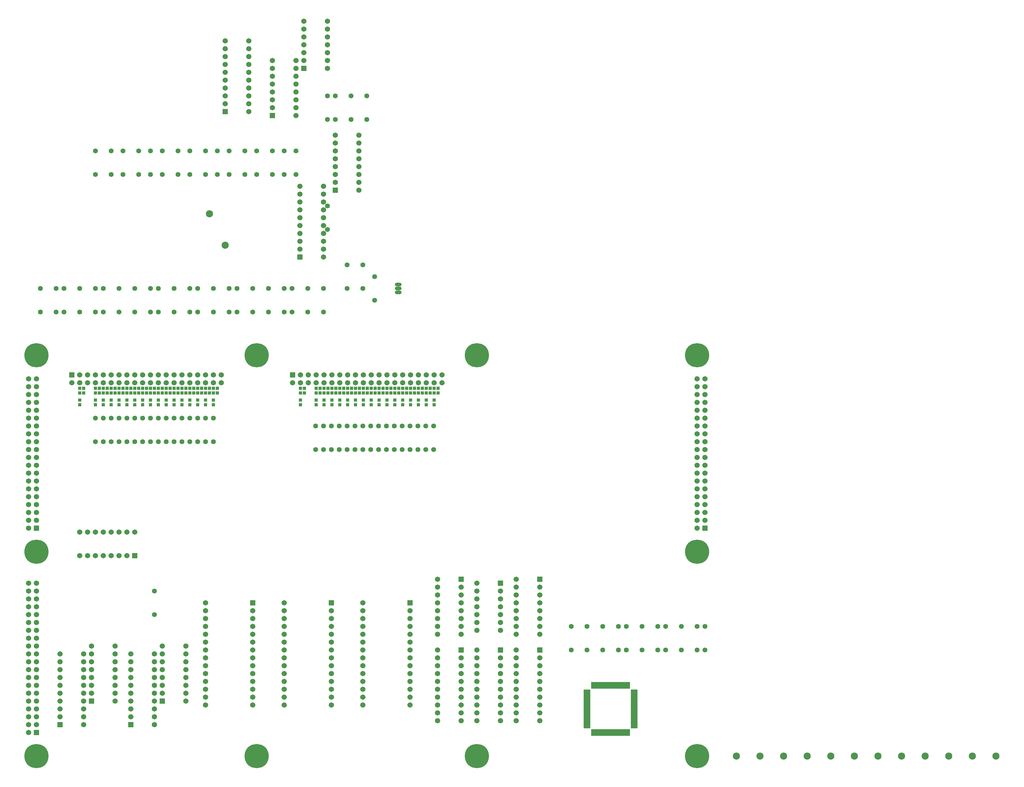
<source format=gbs>
G04*
G04 #@! TF.GenerationSoftware,Altium Limited,Altium Designer,21.9.1 (22)*
G04*
G04 Layer_Color=16711935*
%FSLAX25Y25*%
%MOIN*%
G70*
G04*
G04 #@! TF.SameCoordinates,96388F34-ED53-4079-84C0-77210EF012B4*
G04*
G04*
G04 #@! TF.FilePolarity,Negative*
G04*
G01*
G75*
%ADD14C,0.09068*%
%ADD15C,0.06312*%
%ADD16R,0.06706X0.06706*%
%ADD17C,0.06706*%
%ADD18O,0.08674X0.04737*%
%ADD19O,0.08674X0.04737*%
%ADD20C,0.06706*%
%ADD21R,0.06706X0.06706*%
%ADD22R,0.06706X0.06706*%
%ADD23C,0.30800*%
%ADD24R,0.06706X0.06706*%
%ADD39O,0.09068X0.01981*%
%ADD40O,0.01981X0.09068*%
%ADD41R,0.04147X0.04147*%
D14*
X360000Y770000D02*
D03*
X340000Y810000D02*
D03*
X1100000Y120000D02*
D03*
X1070000D02*
D03*
X1010000D02*
D03*
X1040000D02*
D03*
X1160000D02*
D03*
X1130000D02*
D03*
X1190000D02*
D03*
X1220000D02*
D03*
X1250000D02*
D03*
X1280000D02*
D03*
X1310000D02*
D03*
X1340000D02*
D03*
D15*
X345000Y685000D02*
D03*
Y715000D02*
D03*
X315000Y685000D02*
D03*
Y715000D02*
D03*
X325000Y685000D02*
D03*
Y715000D02*
D03*
X365000Y685000D02*
D03*
Y715000D02*
D03*
X375000Y685000D02*
D03*
Y715000D02*
D03*
X395000Y685000D02*
D03*
Y715000D02*
D03*
X415000Y685000D02*
D03*
Y715000D02*
D03*
X435000Y685000D02*
D03*
Y715000D02*
D03*
X445000Y685000D02*
D03*
Y715000D02*
D03*
X465000Y685000D02*
D03*
Y715000D02*
D03*
X485000Y685000D02*
D03*
Y715000D02*
D03*
X145000Y685000D02*
D03*
Y715000D02*
D03*
X175000Y685000D02*
D03*
Y715000D02*
D03*
X155000Y685000D02*
D03*
Y715000D02*
D03*
X125000Y685000D02*
D03*
Y715000D02*
D03*
X195000Y685000D02*
D03*
Y715000D02*
D03*
X225000Y685000D02*
D03*
Y715000D02*
D03*
X245000Y685000D02*
D03*
Y715000D02*
D03*
X265000Y685000D02*
D03*
Y715000D02*
D03*
X275000Y685000D02*
D03*
Y715000D02*
D03*
X205000Y685000D02*
D03*
Y715000D02*
D03*
X295000Y685000D02*
D03*
Y715000D02*
D03*
X420000Y890000D02*
D03*
Y860000D02*
D03*
X195000Y890000D02*
D03*
Y860000D02*
D03*
X230000Y890000D02*
D03*
Y860000D02*
D03*
X250000Y890000D02*
D03*
Y860000D02*
D03*
X265000Y890000D02*
D03*
Y860000D02*
D03*
X300000Y890000D02*
D03*
Y860000D02*
D03*
X315000Y890000D02*
D03*
Y860000D02*
D03*
X335000Y890000D02*
D03*
Y860000D02*
D03*
X350000Y890000D02*
D03*
Y860000D02*
D03*
X365000Y890000D02*
D03*
Y860000D02*
D03*
X280000Y890000D02*
D03*
Y860000D02*
D03*
X215000Y890000D02*
D03*
Y860000D02*
D03*
X400000Y890000D02*
D03*
Y860000D02*
D03*
X385000Y890000D02*
D03*
Y860000D02*
D03*
X520000Y930000D02*
D03*
Y960000D02*
D03*
X540000Y930000D02*
D03*
Y960000D02*
D03*
X500000Y930000D02*
D03*
Y960000D02*
D03*
X490000Y930000D02*
D03*
Y960000D02*
D03*
X550000Y730000D02*
D03*
Y700000D02*
D03*
X535000Y715000D02*
D03*
Y745000D02*
D03*
X515000D02*
D03*
Y715000D02*
D03*
X490000Y820000D02*
D03*
Y790000D02*
D03*
X435000Y890000D02*
D03*
Y860000D02*
D03*
X450000Y890000D02*
D03*
Y860000D02*
D03*
X270000Y300000D02*
D03*
Y330000D02*
D03*
X565000Y510000D02*
D03*
Y540000D02*
D03*
X555000Y510000D02*
D03*
Y540000D02*
D03*
X575000Y510000D02*
D03*
Y540000D02*
D03*
X475000Y510000D02*
D03*
Y540000D02*
D03*
X485000Y510000D02*
D03*
Y540000D02*
D03*
X625000Y510000D02*
D03*
Y540000D02*
D03*
X505000Y510000D02*
D03*
Y540000D02*
D03*
X515000Y510000D02*
D03*
Y540000D02*
D03*
X495000Y510000D02*
D03*
Y540000D02*
D03*
X535000Y510000D02*
D03*
Y540000D02*
D03*
X545000Y510000D02*
D03*
Y540000D02*
D03*
X525000Y510000D02*
D03*
Y540000D02*
D03*
X605000Y510000D02*
D03*
Y540000D02*
D03*
X615000Y510000D02*
D03*
Y540000D02*
D03*
X595000Y510000D02*
D03*
Y540000D02*
D03*
X585000Y510000D02*
D03*
Y540000D02*
D03*
X205000Y520000D02*
D03*
Y550000D02*
D03*
X215000Y520000D02*
D03*
Y550000D02*
D03*
X225000Y520000D02*
D03*
Y550000D02*
D03*
X235000Y520000D02*
D03*
Y550000D02*
D03*
X265000Y520000D02*
D03*
Y550000D02*
D03*
X275000Y520000D02*
D03*
Y550000D02*
D03*
X285000Y520000D02*
D03*
Y550000D02*
D03*
X295000Y520000D02*
D03*
Y550000D02*
D03*
X195000Y520000D02*
D03*
Y550000D02*
D03*
X245000Y520000D02*
D03*
Y550000D02*
D03*
X255000Y520000D02*
D03*
Y550000D02*
D03*
X305000Y520000D02*
D03*
Y550000D02*
D03*
X325000Y520000D02*
D03*
Y550000D02*
D03*
X335000Y520000D02*
D03*
Y550000D02*
D03*
X315000Y520000D02*
D03*
Y550000D02*
D03*
X345000Y520000D02*
D03*
Y550000D02*
D03*
X970000Y285000D02*
D03*
Y255000D02*
D03*
X960000Y285000D02*
D03*
Y255000D02*
D03*
X940000Y285000D02*
D03*
Y255000D02*
D03*
X920000Y285000D02*
D03*
Y255000D02*
D03*
X910000Y285000D02*
D03*
Y255000D02*
D03*
X890000Y285000D02*
D03*
Y255000D02*
D03*
X870000Y285000D02*
D03*
Y255000D02*
D03*
X860000Y285000D02*
D03*
Y255000D02*
D03*
X840000Y285000D02*
D03*
Y255000D02*
D03*
X820000Y285000D02*
D03*
Y255000D02*
D03*
X800000Y285000D02*
D03*
Y255000D02*
D03*
D16*
X500000Y840000D02*
D03*
X420000Y935000D02*
D03*
X360000Y940000D02*
D03*
X455000Y755000D02*
D03*
X460000Y995000D02*
D03*
X190000Y190000D02*
D03*
X280000D02*
D03*
X240000Y160000D02*
D03*
X150000D02*
D03*
X760000Y345000D02*
D03*
X710000Y340000D02*
D03*
X660000Y345000D02*
D03*
Y255000D02*
D03*
X710000D02*
D03*
X760000D02*
D03*
X495000Y315000D02*
D03*
X395000D02*
D03*
X595000D02*
D03*
D17*
X500000Y850000D02*
D03*
Y860000D02*
D03*
Y870000D02*
D03*
Y880000D02*
D03*
Y890000D02*
D03*
Y900000D02*
D03*
Y910000D02*
D03*
X530000Y840000D02*
D03*
Y850000D02*
D03*
Y860000D02*
D03*
Y870000D02*
D03*
Y880000D02*
D03*
Y890000D02*
D03*
Y900000D02*
D03*
Y910000D02*
D03*
X450000Y1005000D02*
D03*
Y995000D02*
D03*
Y985000D02*
D03*
Y975000D02*
D03*
Y965000D02*
D03*
Y955000D02*
D03*
Y945000D02*
D03*
Y935000D02*
D03*
X420000Y1005000D02*
D03*
Y995000D02*
D03*
Y985000D02*
D03*
Y975000D02*
D03*
Y965000D02*
D03*
Y955000D02*
D03*
Y945000D02*
D03*
X360000Y950000D02*
D03*
Y960000D02*
D03*
Y970000D02*
D03*
Y980000D02*
D03*
Y990000D02*
D03*
Y1000000D02*
D03*
Y1010000D02*
D03*
Y1020000D02*
D03*
Y1030000D02*
D03*
X390000Y940000D02*
D03*
Y960000D02*
D03*
Y970000D02*
D03*
Y980000D02*
D03*
Y990000D02*
D03*
Y1000000D02*
D03*
Y1010000D02*
D03*
Y1020000D02*
D03*
Y1030000D02*
D03*
X485000Y845000D02*
D03*
Y835000D02*
D03*
Y825000D02*
D03*
Y815000D02*
D03*
Y805000D02*
D03*
Y795000D02*
D03*
Y785000D02*
D03*
Y775000D02*
D03*
Y755000D02*
D03*
X455000Y845000D02*
D03*
Y835000D02*
D03*
Y825000D02*
D03*
Y815000D02*
D03*
Y805000D02*
D03*
Y795000D02*
D03*
Y785000D02*
D03*
Y775000D02*
D03*
Y765000D02*
D03*
X460000Y1005000D02*
D03*
Y1015000D02*
D03*
Y1025000D02*
D03*
Y1035000D02*
D03*
Y1045000D02*
D03*
Y1055000D02*
D03*
X490000Y995000D02*
D03*
Y1005000D02*
D03*
Y1015000D02*
D03*
Y1025000D02*
D03*
Y1035000D02*
D03*
Y1045000D02*
D03*
Y1055000D02*
D03*
X220000Y260000D02*
D03*
Y250000D02*
D03*
Y240000D02*
D03*
Y230000D02*
D03*
Y220000D02*
D03*
Y210000D02*
D03*
Y200000D02*
D03*
Y190000D02*
D03*
X190000Y260000D02*
D03*
Y250000D02*
D03*
Y240000D02*
D03*
Y230000D02*
D03*
Y220000D02*
D03*
Y210000D02*
D03*
Y200000D02*
D03*
X310000Y260000D02*
D03*
Y250000D02*
D03*
Y240000D02*
D03*
Y230000D02*
D03*
Y220000D02*
D03*
Y210000D02*
D03*
Y200000D02*
D03*
Y190000D02*
D03*
X280000Y260000D02*
D03*
Y250000D02*
D03*
Y240000D02*
D03*
Y230000D02*
D03*
Y220000D02*
D03*
Y210000D02*
D03*
Y200000D02*
D03*
X240000Y170000D02*
D03*
Y180000D02*
D03*
Y190000D02*
D03*
Y200000D02*
D03*
Y210000D02*
D03*
Y220000D02*
D03*
Y230000D02*
D03*
Y240000D02*
D03*
Y250000D02*
D03*
X270000Y160000D02*
D03*
Y180000D02*
D03*
Y190000D02*
D03*
Y200000D02*
D03*
Y210000D02*
D03*
Y220000D02*
D03*
Y230000D02*
D03*
Y240000D02*
D03*
Y250000D02*
D03*
X150000Y170000D02*
D03*
Y180000D02*
D03*
Y190000D02*
D03*
Y200000D02*
D03*
Y210000D02*
D03*
Y220000D02*
D03*
Y230000D02*
D03*
Y240000D02*
D03*
Y250000D02*
D03*
X180000Y160000D02*
D03*
Y180000D02*
D03*
Y190000D02*
D03*
Y200000D02*
D03*
Y210000D02*
D03*
Y220000D02*
D03*
Y230000D02*
D03*
Y240000D02*
D03*
Y250000D02*
D03*
X730000Y275000D02*
D03*
Y285000D02*
D03*
Y295000D02*
D03*
Y305000D02*
D03*
Y315000D02*
D03*
Y325000D02*
D03*
Y335000D02*
D03*
Y345000D02*
D03*
X760000Y275000D02*
D03*
Y285000D02*
D03*
Y295000D02*
D03*
Y305000D02*
D03*
Y315000D02*
D03*
Y325000D02*
D03*
Y335000D02*
D03*
X175000Y405000D02*
D03*
X185000D02*
D03*
X195000D02*
D03*
X205000D02*
D03*
X215000D02*
D03*
X225000D02*
D03*
X235000D02*
D03*
X245000D02*
D03*
X175000Y375000D02*
D03*
X185000D02*
D03*
X195000D02*
D03*
X205000D02*
D03*
X215000D02*
D03*
X225000D02*
D03*
X235000D02*
D03*
X710000Y330000D02*
D03*
Y320000D02*
D03*
Y310000D02*
D03*
Y300000D02*
D03*
Y290000D02*
D03*
Y280000D02*
D03*
X680000Y340000D02*
D03*
Y330000D02*
D03*
Y320000D02*
D03*
Y310000D02*
D03*
Y300000D02*
D03*
Y290000D02*
D03*
Y280000D02*
D03*
X630000Y275000D02*
D03*
Y285000D02*
D03*
Y295000D02*
D03*
Y305000D02*
D03*
Y315000D02*
D03*
Y325000D02*
D03*
Y335000D02*
D03*
Y345000D02*
D03*
X660000Y275000D02*
D03*
Y285000D02*
D03*
Y295000D02*
D03*
Y305000D02*
D03*
Y315000D02*
D03*
Y325000D02*
D03*
Y335000D02*
D03*
Y245000D02*
D03*
Y235000D02*
D03*
Y225000D02*
D03*
Y215000D02*
D03*
Y205000D02*
D03*
Y195000D02*
D03*
Y185000D02*
D03*
Y175000D02*
D03*
Y165000D02*
D03*
X630000Y255000D02*
D03*
Y235000D02*
D03*
Y225000D02*
D03*
Y215000D02*
D03*
Y205000D02*
D03*
Y195000D02*
D03*
Y185000D02*
D03*
Y175000D02*
D03*
Y165000D02*
D03*
X710000Y245000D02*
D03*
Y235000D02*
D03*
Y225000D02*
D03*
Y215000D02*
D03*
Y205000D02*
D03*
Y195000D02*
D03*
Y185000D02*
D03*
Y175000D02*
D03*
Y165000D02*
D03*
X680000Y255000D02*
D03*
Y235000D02*
D03*
Y225000D02*
D03*
Y215000D02*
D03*
Y205000D02*
D03*
Y195000D02*
D03*
Y185000D02*
D03*
Y175000D02*
D03*
Y165000D02*
D03*
X760000Y245000D02*
D03*
Y235000D02*
D03*
Y225000D02*
D03*
Y215000D02*
D03*
Y205000D02*
D03*
Y195000D02*
D03*
Y185000D02*
D03*
Y175000D02*
D03*
Y165000D02*
D03*
X730000Y255000D02*
D03*
Y235000D02*
D03*
Y225000D02*
D03*
Y215000D02*
D03*
Y205000D02*
D03*
Y195000D02*
D03*
Y185000D02*
D03*
Y175000D02*
D03*
Y165000D02*
D03*
X435000Y185000D02*
D03*
Y195000D02*
D03*
Y205000D02*
D03*
Y215000D02*
D03*
Y225000D02*
D03*
Y235000D02*
D03*
Y245000D02*
D03*
Y255000D02*
D03*
Y265000D02*
D03*
Y275000D02*
D03*
Y285000D02*
D03*
Y295000D02*
D03*
Y305000D02*
D03*
Y315000D02*
D03*
X495000Y185000D02*
D03*
Y195000D02*
D03*
Y205000D02*
D03*
Y215000D02*
D03*
Y225000D02*
D03*
Y235000D02*
D03*
Y245000D02*
D03*
Y255000D02*
D03*
Y265000D02*
D03*
Y275000D02*
D03*
Y285000D02*
D03*
Y295000D02*
D03*
Y305000D02*
D03*
X335000Y185000D02*
D03*
Y195000D02*
D03*
Y205000D02*
D03*
Y215000D02*
D03*
Y225000D02*
D03*
Y235000D02*
D03*
Y245000D02*
D03*
Y255000D02*
D03*
Y265000D02*
D03*
Y275000D02*
D03*
Y285000D02*
D03*
Y295000D02*
D03*
Y305000D02*
D03*
Y315000D02*
D03*
X395000Y185000D02*
D03*
Y195000D02*
D03*
Y205000D02*
D03*
Y215000D02*
D03*
Y225000D02*
D03*
Y235000D02*
D03*
Y245000D02*
D03*
Y255000D02*
D03*
Y265000D02*
D03*
Y275000D02*
D03*
Y285000D02*
D03*
Y295000D02*
D03*
Y305000D02*
D03*
X535000Y185000D02*
D03*
Y195000D02*
D03*
Y205000D02*
D03*
Y215000D02*
D03*
Y225000D02*
D03*
Y235000D02*
D03*
Y245000D02*
D03*
Y255000D02*
D03*
Y265000D02*
D03*
Y275000D02*
D03*
Y285000D02*
D03*
Y295000D02*
D03*
Y305000D02*
D03*
Y315000D02*
D03*
X595000Y185000D02*
D03*
Y195000D02*
D03*
Y205000D02*
D03*
Y215000D02*
D03*
Y225000D02*
D03*
Y235000D02*
D03*
Y245000D02*
D03*
Y255000D02*
D03*
Y265000D02*
D03*
Y275000D02*
D03*
Y285000D02*
D03*
Y295000D02*
D03*
Y305000D02*
D03*
D18*
X580000Y720000D02*
D03*
Y710000D02*
D03*
D19*
Y715000D02*
D03*
D20*
X390000Y950000D02*
D03*
X485000Y765000D02*
D03*
X270000Y170000D02*
D03*
X180000D02*
D03*
X630000Y245000D02*
D03*
X680000D02*
D03*
X730000D02*
D03*
X635501Y595000D02*
D03*
Y605000D02*
D03*
X625501Y595000D02*
D03*
Y605000D02*
D03*
X615501Y595000D02*
D03*
Y605000D02*
D03*
X605501Y595000D02*
D03*
Y605000D02*
D03*
X595501Y595000D02*
D03*
Y605000D02*
D03*
X585501Y595000D02*
D03*
Y605000D02*
D03*
X575501Y595000D02*
D03*
Y605000D02*
D03*
X565501Y595000D02*
D03*
Y605000D02*
D03*
X555501Y595000D02*
D03*
Y605000D02*
D03*
X545501Y595000D02*
D03*
Y605000D02*
D03*
X535501Y595000D02*
D03*
Y605000D02*
D03*
X525501Y595000D02*
D03*
Y605000D02*
D03*
X515501Y595000D02*
D03*
Y605000D02*
D03*
X505501Y595000D02*
D03*
Y605000D02*
D03*
X495501Y595000D02*
D03*
Y605000D02*
D03*
X485501Y595000D02*
D03*
Y605000D02*
D03*
X475501Y595000D02*
D03*
Y605000D02*
D03*
X465501Y595000D02*
D03*
Y605000D02*
D03*
X455501Y595000D02*
D03*
Y605000D02*
D03*
X445501Y595000D02*
D03*
X165000D02*
D03*
X175000Y605000D02*
D03*
Y595000D02*
D03*
X185000Y605000D02*
D03*
Y595000D02*
D03*
X195000Y605000D02*
D03*
Y595000D02*
D03*
X205000Y605000D02*
D03*
Y595000D02*
D03*
X215000Y605000D02*
D03*
Y595000D02*
D03*
X225000Y605000D02*
D03*
Y595000D02*
D03*
X235000Y605000D02*
D03*
Y595000D02*
D03*
X245000Y605000D02*
D03*
Y595000D02*
D03*
X255000Y605000D02*
D03*
Y595000D02*
D03*
X265000Y605000D02*
D03*
Y595000D02*
D03*
X275000Y605000D02*
D03*
Y595000D02*
D03*
X285000Y605000D02*
D03*
Y595000D02*
D03*
X295000Y605000D02*
D03*
Y595000D02*
D03*
X305000Y605000D02*
D03*
Y595000D02*
D03*
X315000Y605000D02*
D03*
Y595000D02*
D03*
X325000Y605000D02*
D03*
Y595000D02*
D03*
X335000Y605000D02*
D03*
Y595000D02*
D03*
X345000Y605000D02*
D03*
Y595000D02*
D03*
X355000Y605000D02*
D03*
Y595000D02*
D03*
X110000Y600000D02*
D03*
X120000D02*
D03*
X110000Y590000D02*
D03*
X120000D02*
D03*
X110000Y580000D02*
D03*
X120000D02*
D03*
X110000Y570000D02*
D03*
X120000D02*
D03*
X110000Y560000D02*
D03*
X120000D02*
D03*
X110000Y550000D02*
D03*
X120000D02*
D03*
X110000Y540000D02*
D03*
X120000D02*
D03*
X110000Y530000D02*
D03*
X120000D02*
D03*
X110000Y520000D02*
D03*
X120000D02*
D03*
X110000Y510000D02*
D03*
X120000D02*
D03*
X110000Y500000D02*
D03*
X120000D02*
D03*
X110000Y490000D02*
D03*
X120000D02*
D03*
X110000Y480000D02*
D03*
X120000D02*
D03*
X110000Y470000D02*
D03*
X120000D02*
D03*
X110000Y460000D02*
D03*
X120000D02*
D03*
X110000Y450000D02*
D03*
X120000D02*
D03*
X110000Y440000D02*
D03*
X120000D02*
D03*
X110000Y430000D02*
D03*
X120000D02*
D03*
X110000Y420000D02*
D03*
X120000D02*
D03*
X110000Y410000D02*
D03*
X960000Y600000D02*
D03*
X970000D02*
D03*
X960000Y590000D02*
D03*
X970000D02*
D03*
X960000Y580000D02*
D03*
X970000D02*
D03*
X960000Y570000D02*
D03*
X970000D02*
D03*
X960000Y560000D02*
D03*
X970000D02*
D03*
X960000Y550000D02*
D03*
X970000D02*
D03*
X960000Y540000D02*
D03*
X970000D02*
D03*
X960000Y530000D02*
D03*
X970000D02*
D03*
X960000Y520000D02*
D03*
X970000D02*
D03*
X960000Y510000D02*
D03*
X970000D02*
D03*
X960000Y500000D02*
D03*
X970000D02*
D03*
X960000Y490000D02*
D03*
X970000D02*
D03*
X960000Y480000D02*
D03*
X970000D02*
D03*
X960000Y470000D02*
D03*
X970000D02*
D03*
X960000Y460000D02*
D03*
X970000D02*
D03*
X960000Y450000D02*
D03*
X970000D02*
D03*
X960000Y440000D02*
D03*
X970000D02*
D03*
X960000Y430000D02*
D03*
X970000D02*
D03*
X960000Y420000D02*
D03*
X970000D02*
D03*
X960000Y410000D02*
D03*
X110000Y340000D02*
D03*
X120000D02*
D03*
X110000Y330000D02*
D03*
X120000D02*
D03*
X110000Y320000D02*
D03*
X120000D02*
D03*
X110000Y310000D02*
D03*
X120000D02*
D03*
X110000Y300000D02*
D03*
X120000D02*
D03*
X110000Y290000D02*
D03*
X120000D02*
D03*
X110000Y280000D02*
D03*
X120000D02*
D03*
X110000Y270000D02*
D03*
X120000D02*
D03*
X110000Y260000D02*
D03*
X120000D02*
D03*
X110000Y250000D02*
D03*
X120000D02*
D03*
X110000Y240000D02*
D03*
X120000D02*
D03*
X110000Y230000D02*
D03*
X120000D02*
D03*
X110000Y220000D02*
D03*
X120000D02*
D03*
X110000Y210000D02*
D03*
X120000D02*
D03*
X110000Y200000D02*
D03*
X120000D02*
D03*
X110000Y190000D02*
D03*
X120000D02*
D03*
X110000Y180000D02*
D03*
X120000D02*
D03*
X110000Y170000D02*
D03*
X120000D02*
D03*
X110000Y160000D02*
D03*
X120000D02*
D03*
X110000Y150000D02*
D03*
D21*
X245000Y375000D02*
D03*
D22*
X445501Y605000D02*
D03*
X165000D02*
D03*
D23*
X960000Y380000D02*
D03*
Y630000D02*
D03*
X680000D02*
D03*
X960000Y120000D02*
D03*
X400000D02*
D03*
X120000D02*
D03*
Y630000D02*
D03*
X680000Y120000D02*
D03*
X400000Y630000D02*
D03*
X120000Y380000D02*
D03*
D24*
Y410000D02*
D03*
X970000D02*
D03*
X120000Y150000D02*
D03*
D39*
X879921Y203622D02*
D03*
Y201654D02*
D03*
Y199685D02*
D03*
Y197716D02*
D03*
Y195748D02*
D03*
Y193780D02*
D03*
Y191811D02*
D03*
Y189842D02*
D03*
Y187874D02*
D03*
Y185906D02*
D03*
Y183937D02*
D03*
Y181968D02*
D03*
Y180000D02*
D03*
Y178032D02*
D03*
Y176063D02*
D03*
Y174094D02*
D03*
Y172126D02*
D03*
Y170158D02*
D03*
Y168189D02*
D03*
Y166220D02*
D03*
Y164252D02*
D03*
Y162284D02*
D03*
Y160315D02*
D03*
Y158346D02*
D03*
Y156378D02*
D03*
X820079D02*
D03*
Y158346D02*
D03*
Y160315D02*
D03*
Y162284D02*
D03*
Y164252D02*
D03*
Y166220D02*
D03*
Y168189D02*
D03*
Y170158D02*
D03*
Y172126D02*
D03*
Y174094D02*
D03*
Y176063D02*
D03*
Y178032D02*
D03*
Y180000D02*
D03*
Y181968D02*
D03*
Y183937D02*
D03*
Y185906D02*
D03*
Y187874D02*
D03*
Y189842D02*
D03*
Y191811D02*
D03*
Y193780D02*
D03*
Y195748D02*
D03*
Y197716D02*
D03*
Y199685D02*
D03*
Y201654D02*
D03*
Y203622D02*
D03*
D40*
X873622Y150079D02*
D03*
X871653D02*
D03*
X869685D02*
D03*
X867717D02*
D03*
X865748D02*
D03*
X863780D02*
D03*
X861811D02*
D03*
X859842D02*
D03*
X857874D02*
D03*
X855906D02*
D03*
X853937D02*
D03*
X851968D02*
D03*
X850000D02*
D03*
X848032D02*
D03*
X846063D02*
D03*
X844094D02*
D03*
X842126D02*
D03*
X840158D02*
D03*
X838189D02*
D03*
X836220D02*
D03*
X834252D02*
D03*
X832283D02*
D03*
X830315D02*
D03*
X828347D02*
D03*
X826378D02*
D03*
Y209921D02*
D03*
X828347D02*
D03*
X830315D02*
D03*
X832283D02*
D03*
X834252D02*
D03*
X836220D02*
D03*
X838189D02*
D03*
X840158D02*
D03*
X842126D02*
D03*
X844094D02*
D03*
X846063D02*
D03*
X848032D02*
D03*
X850000D02*
D03*
X851968D02*
D03*
X853937D02*
D03*
X855906D02*
D03*
X857874D02*
D03*
X859842D02*
D03*
X861811D02*
D03*
X863780D02*
D03*
X865748D02*
D03*
X867717D02*
D03*
X869685D02*
D03*
X871653D02*
D03*
X873622D02*
D03*
D41*
X625501Y581949D02*
D03*
Y588051D02*
D03*
X615501Y581949D02*
D03*
Y588051D02*
D03*
X605501Y581949D02*
D03*
Y588051D02*
D03*
X595501Y581949D02*
D03*
Y588051D02*
D03*
X585501Y581949D02*
D03*
Y588051D02*
D03*
X575501Y581949D02*
D03*
Y588051D02*
D03*
X565501Y581949D02*
D03*
Y588051D02*
D03*
X555501Y581949D02*
D03*
Y588051D02*
D03*
X545501Y581949D02*
D03*
Y588051D02*
D03*
X535501Y581949D02*
D03*
Y588051D02*
D03*
X525501Y581949D02*
D03*
Y588051D02*
D03*
X515501Y581949D02*
D03*
Y588051D02*
D03*
X505501Y581949D02*
D03*
Y588051D02*
D03*
X495501Y581949D02*
D03*
Y588051D02*
D03*
X485501Y581949D02*
D03*
Y588051D02*
D03*
X475501Y581949D02*
D03*
Y588051D02*
D03*
X455501Y581949D02*
D03*
Y588051D02*
D03*
X625501Y573051D02*
D03*
Y566949D02*
D03*
X615501Y573051D02*
D03*
Y566949D02*
D03*
X605501Y573051D02*
D03*
Y566949D02*
D03*
X595501Y573051D02*
D03*
Y566949D02*
D03*
X585501Y573051D02*
D03*
Y566949D02*
D03*
X575501Y573051D02*
D03*
Y566949D02*
D03*
X565501Y573051D02*
D03*
Y566949D02*
D03*
X555501Y573051D02*
D03*
Y566949D02*
D03*
X630501Y588051D02*
D03*
Y581949D02*
D03*
X620501Y588051D02*
D03*
Y581949D02*
D03*
X610501Y588051D02*
D03*
Y581949D02*
D03*
X600501Y588051D02*
D03*
Y581949D02*
D03*
X590501Y588051D02*
D03*
Y581949D02*
D03*
X580501Y588051D02*
D03*
Y581949D02*
D03*
X570501Y588051D02*
D03*
Y581949D02*
D03*
X560501Y588051D02*
D03*
Y581949D02*
D03*
X545501Y573051D02*
D03*
Y566949D02*
D03*
X535501Y573051D02*
D03*
Y566949D02*
D03*
X525501Y573051D02*
D03*
Y566949D02*
D03*
X515501Y573051D02*
D03*
Y566949D02*
D03*
X505501Y573051D02*
D03*
Y566949D02*
D03*
X495501Y573051D02*
D03*
Y566949D02*
D03*
X485501Y573051D02*
D03*
Y566949D02*
D03*
X475501Y573051D02*
D03*
Y566949D02*
D03*
X550501Y588051D02*
D03*
Y581949D02*
D03*
X540501Y588051D02*
D03*
Y581949D02*
D03*
X530501Y588051D02*
D03*
Y581949D02*
D03*
X520501Y588051D02*
D03*
Y581949D02*
D03*
X510501Y588051D02*
D03*
Y581949D02*
D03*
X500501Y588051D02*
D03*
Y581949D02*
D03*
X490501Y588051D02*
D03*
Y581949D02*
D03*
X480501Y588051D02*
D03*
Y581949D02*
D03*
X455501Y573051D02*
D03*
Y566949D02*
D03*
X460501Y588051D02*
D03*
Y581949D02*
D03*
X345000D02*
D03*
Y588051D02*
D03*
X335000Y581949D02*
D03*
Y588051D02*
D03*
X325000Y581949D02*
D03*
Y588051D02*
D03*
X315000Y581949D02*
D03*
Y588051D02*
D03*
X305000Y581949D02*
D03*
Y588051D02*
D03*
X295000Y581949D02*
D03*
Y588051D02*
D03*
X285000Y581949D02*
D03*
Y588051D02*
D03*
X275000Y581949D02*
D03*
Y588051D02*
D03*
X265000Y581949D02*
D03*
Y588051D02*
D03*
X255000Y581949D02*
D03*
Y588051D02*
D03*
X245000Y581949D02*
D03*
Y588051D02*
D03*
X235000Y581949D02*
D03*
Y588051D02*
D03*
X225000Y581949D02*
D03*
Y588051D02*
D03*
X215000Y581949D02*
D03*
Y588051D02*
D03*
X205000Y581949D02*
D03*
Y588051D02*
D03*
X195000Y581949D02*
D03*
Y588051D02*
D03*
X175000Y581949D02*
D03*
Y588051D02*
D03*
X345000Y573051D02*
D03*
Y566949D02*
D03*
X335000Y573051D02*
D03*
Y566949D02*
D03*
X325000Y573051D02*
D03*
Y566949D02*
D03*
X315000Y573051D02*
D03*
Y566949D02*
D03*
X305000Y573051D02*
D03*
Y566949D02*
D03*
X295000Y573051D02*
D03*
Y566949D02*
D03*
X285000Y573051D02*
D03*
Y566949D02*
D03*
X275000Y573051D02*
D03*
Y566949D02*
D03*
X350000Y588051D02*
D03*
Y581949D02*
D03*
X340000Y588051D02*
D03*
Y581949D02*
D03*
X330000Y588051D02*
D03*
Y581949D02*
D03*
X320000Y588051D02*
D03*
Y581949D02*
D03*
X310000Y588051D02*
D03*
Y581949D02*
D03*
X300000Y588051D02*
D03*
Y581949D02*
D03*
X290000Y588051D02*
D03*
Y581949D02*
D03*
X280000Y588051D02*
D03*
Y581949D02*
D03*
X265000Y573051D02*
D03*
Y566949D02*
D03*
X255000Y573051D02*
D03*
Y566949D02*
D03*
X245000Y573051D02*
D03*
Y566949D02*
D03*
X235000Y573051D02*
D03*
Y566949D02*
D03*
X225000Y573051D02*
D03*
Y566949D02*
D03*
X215000Y573051D02*
D03*
Y566949D02*
D03*
X205000Y573051D02*
D03*
Y566949D02*
D03*
X195000Y573051D02*
D03*
Y566949D02*
D03*
X270000Y588051D02*
D03*
Y581949D02*
D03*
X260000Y588051D02*
D03*
Y581949D02*
D03*
X250000Y588051D02*
D03*
Y581949D02*
D03*
X240000Y588051D02*
D03*
Y581949D02*
D03*
X230000Y588051D02*
D03*
Y581949D02*
D03*
X220000Y588051D02*
D03*
Y581949D02*
D03*
X210000Y588051D02*
D03*
Y581949D02*
D03*
X200000Y588051D02*
D03*
Y581949D02*
D03*
X175000Y573051D02*
D03*
Y566949D02*
D03*
X180000Y588051D02*
D03*
Y581949D02*
D03*
M02*

</source>
